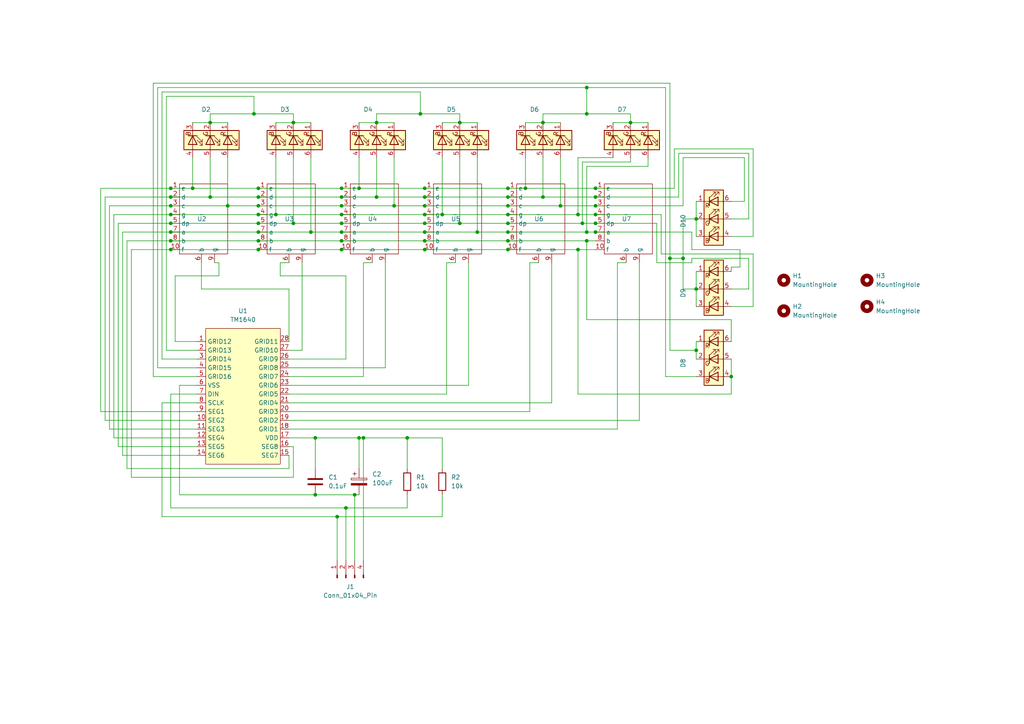
<source format=kicad_sch>
(kicad_sch (version 20230121) (generator eeschema)
  (paper "A4")
  (lib_symbols
    (symbol "7seg2_1"
      (property "Reference" "U" (at 0 0 0))
      (symbol "7seg2_1_0_1"
        (rectangle (start -6.35 8.89) (end 7.62 -11.43))
      )
      (symbol "7seg2_1_1_1"
        (pin input line (at -8.89 7.62 0) (length 2.54) (name "e") (number "1"))
        (pin input line (at -8.89 -10.16 0) (length 2.54) (name "f") (number "10"))
        (pin input line (at -8.89 5.08 0) (length 2.54) (name "d") (number "2"))
        (pin input line (at -8.89 2.54 0) (length 2.54) (name "c") (number "3"))
        (pin input line (at -8.89 0 0) (length 2.54) (name "g") (number "4"))
        (pin input line (at -8.89 -2.54 0) (length 2.54) (name "dp") (number "5"))
        (pin input line (at 0 -13.97 90) (length 2.54) (name "b") (number "6"))
        (pin input line (at -8.89 -5.08 0) (length 2.54) (name "a") (number "7"))
        (pin input line (at -8.89 -7.62 0) (length 2.54) (name "b") (number "8"))
        (pin input line (at 3.81 -13.97 90) (length 2.54) (name "g") (number "9"))
      )
    )
    (symbol "Connector:Conn_01x04_Pin" (pin_names (offset 1.016) hide)
      (property "Reference" "J" (at 0 5.08 0))
      (property "Value" "Conn_01x04_Pin" (at 0 -7.62 0))
      (symbol "Conn_01x04_Pin_1_1"
        (polyline (pts (xy 1.27 -5.08) (xy 0.8636 -5.08)) (stroke (width 0.1524)))
        (polyline (pts (xy 1.27 -2.54) (xy 0.8636 -2.54)) (stroke (width 0.1524)))
        (polyline (pts (xy 1.27 0) (xy 0.8636 0)) (stroke (width 0.1524)))
        (polyline (pts (xy 1.27 2.54) (xy 0.8636 2.54)) (stroke (width 0.1524)))
        (rectangle (start 0.8636 -4.953) (end 0 -5.207) (stroke (width 0.1524)) (fill (type outline)))
        (rectangle (start 0.8636 -2.413) (end 0 -2.667) (stroke (width 0.1524)) (fill (type outline)))
        (rectangle (start 0.8636 0.127) (end 0 -0.127) (stroke (width 0.1524)) (fill (type outline)))
        (rectangle (start 0.8636 2.667) (end 0 2.413) (stroke (width 0.1524)) (fill (type outline)))
        (pin passive line (at 5.08 2.54 180) (length 3.81) (name "Pin_1") (number "1"))
        (pin passive line (at 5.08 0 180) (length 3.81) (name "Pin_2") (number "2"))
        (pin passive line (at 5.08 -2.54 180) (length 3.81) (name "Pin_3") (number "3"))
        (pin passive line (at 5.08 -5.08 180) (length 3.81) (name "Pin_4") (number "4"))
      )
    )
    (symbol "Device:C" (pin_numbers hide) (pin_names (offset 0.254))
      (property "Reference" "C" (at 0.635 2.54 0))
      (property "Value" "C" (at 0.635 -2.54 0))
      (symbol "C_0_1"
        (polyline (pts (xy -2.032 -0.762) (xy 2.032 -0.762)) (stroke (width 0.508)))
        (polyline (pts (xy -2.032 0.762) (xy 2.032 0.762)) (stroke (width 0.508)))
      )
      (symbol "C_1_1"
        (pin passive line (at 0 3.81 270) (length 2.794) (name "~") (number "1"))
        (pin passive line (at 0 -3.81 90) (length 2.794) (name "~") (number "2"))
      )
    )
    (symbol "Device:C_Polarized" (pin_numbers hide) (pin_names (offset 0.254))
      (property "Reference" "C" (at 0.635 2.54 0))
      (property "Value" "C_Polarized" (at 0.635 -2.54 0))
      (symbol "C_Polarized_0_1"
        (rectangle (start -2.286 0.508) (end 2.286 1.016))
        (polyline (pts (xy -1.778 2.286) (xy -0.762 2.286)))
        (polyline (pts (xy -1.27 2.794) (xy -1.27 1.778)))
        (rectangle (start 2.286 -0.508) (end -2.286 -1.016) (fill (type outline)))
      )
      (symbol "C_Polarized_1_1"
        (pin passive line (at 0 3.81 270) (length 2.794) (name "~") (number "1"))
        (pin passive line (at 0 -3.81 90) (length 2.794) (name "~") (number "2"))
      )
    )
    (symbol "Device:LED_RGB" (pin_names (offset 0) hide)
      (property "Reference" "D" (at 0 9.398 0))
      (property "Value" "LED_RGB" (at 0 -8.89 0))
      (symbol "LED_RGB_0_0"
        (text "B" (at -1.905 -6.35 0) (effects (font (size 1.27 1.27))))
        (text "G" (at -1.905 -1.27 0) (effects (font (size 1.27 1.27))))
        (text "R" (at -1.905 3.81 0) (effects (font (size 1.27 1.27))))
      )
      (symbol "LED_RGB_0_1"
        (polyline (pts (xy -1.27 -5.08) (xy -2.54 -5.08)))
        (polyline (pts (xy -1.27 -5.08) (xy 1.27 -5.08)))
        (polyline (pts (xy -1.27 -3.81) (xy -1.27 -6.35)) (stroke (width 0.254)))
        (polyline (pts (xy -1.27 0) (xy -2.54 0)))
        (polyline (pts (xy -1.27 1.27) (xy -1.27 -1.27)) (stroke (width 0.254)))
        (polyline (pts (xy -1.27 5.08) (xy -2.54 5.08)))
        (polyline (pts (xy -1.27 5.08) (xy 1.27 5.08)))
        (polyline (pts (xy -1.27 6.35) (xy -1.27 3.81)) (stroke (width 0.254)))
        (polyline (pts (xy 1.27 -5.08) (xy 2.54 -5.08)))
        (polyline (pts (xy 1.27 0) (xy -1.27 0)))
        (polyline (pts (xy 1.27 0) (xy 2.54 0)))
        (polyline (pts (xy 1.27 5.08) (xy 2.54 5.08)))
        (polyline (pts (xy -1.27 1.27) (xy -1.27 -1.27) (xy -1.27 -1.27)))
        (polyline (pts (xy -1.27 6.35) (xy -1.27 3.81) (xy -1.27 3.81)))
        (polyline (pts (xy 1.27 -3.81) (xy 1.27 -6.35) (xy -1.27 -5.08) (xy 1.27 -3.81)) (stroke (width 0.254)))
        (polyline (pts (xy 1.27 1.27) (xy 1.27 -1.27) (xy -1.27 0) (xy 1.27 1.27)) (stroke (width 0.254)))
        (polyline (pts (xy 1.27 6.35) (xy 1.27 3.81) (xy -1.27 5.08) (xy 1.27 6.35)) (stroke (width 0.254)))
        (polyline (pts (xy -1.016 -3.81) (xy 0.508 -2.286) (xy -0.254 -2.286) (xy 0.508 -2.286) (xy 0.508 -3.048)))
        (polyline (pts (xy -1.016 1.27) (xy 0.508 2.794) (xy -0.254 2.794) (xy 0.508 2.794) (xy 0.508 2.032)))
        (polyline (pts (xy -1.016 6.35) (xy 0.508 7.874) (xy -0.254 7.874) (xy 0.508 7.874) (xy 0.508 7.112)))
        (polyline (pts (xy 0 -3.81) (xy 1.524 -2.286) (xy 0.762 -2.286) (xy 1.524 -2.286) (xy 1.524 -3.048)))
        (polyline (pts (xy 0 1.27) (xy 1.524 2.794) (xy 0.762 2.794) (xy 1.524 2.794) (xy 1.524 2.032)))
        (polyline (pts (xy 0 6.35) (xy 1.524 7.874) (xy 0.762 7.874) (xy 1.524 7.874) (xy 1.524 7.112)))
        (rectangle (start 1.27 -1.27) (end 1.27 1.27))
        (rectangle (start 1.27 1.27) (end 1.27 1.27))
        (rectangle (start 1.27 3.81) (end 1.27 6.35))
        (rectangle (start 1.27 6.35) (end 1.27 6.35))
        (rectangle (start 2.794 8.382) (end -2.794 -7.62) (stroke (width 0.254)) (fill (type background)))
      )
      (symbol "LED_RGB_1_1"
        (pin passive line (at -5.08 5.08 0) (length 2.54) (name "RK") (number "1"))
        (pin passive line (at -5.08 0 0) (length 2.54) (name "GK") (number "2"))
        (pin passive line (at -5.08 -5.08 0) (length 2.54) (name "BK") (number "3"))
        (pin passive line (at 5.08 -5.08 180) (length 2.54) (name "BA") (number "4"))
        (pin passive line (at 5.08 0 180) (length 2.54) (name "GA") (number "5"))
        (pin passive line (at 5.08 5.08 180) (length 2.54) (name "RA") (number "6"))
      )
    )
    (symbol "Device:R" (pin_numbers hide) (pin_names (offset 0))
      (property "Reference" "R" (at 2.032 0 90))
      (property "Value" "R" (at 0 0 90))
      (symbol "R_0_1"
        (rectangle (start -1.016 -2.54) (end 1.016 2.54) (stroke (width 0.254)))
      )
      (symbol "R_1_1"
        (pin passive line (at 0 3.81 270) (length 1.27) (name "~") (number "1"))
        (pin passive line (at 0 -3.81 90) (length 1.27) (name "~") (number "2"))
      )
    )
    (symbol "Mechanical:MountingHole" (pin_names (offset 1.016))
      (property "Reference" "H" (at 0 5.08 0))
      (property "Value" "MountingHole" (at 0 3.175 0))
      (symbol "MountingHole_0_1"
        (circle (center 0 0) (radius 1.27) (stroke (width 1.27)))
      )
    )
    (symbol "tm1640:TM1640"
      (property "Reference" "U" (at 7.62 31.75 0))
      (property "Value" "TM1640" (at 24.13 31.75 0))
      (symbol "TM1640_0_1"
        (rectangle (start 6.35 30.48) (end 27.94 -8.89) (fill (type background)))
      )
      (symbol "TM1640_1_1"
        (pin bidirectional line (at 3.81 26.67 0) (length 2.54) (name "GRID12") (number "1"))
        (pin bidirectional line (at 3.81 3.81 0) (length 2.54) (name "SEG2") (number "10"))
        (pin bidirectional line (at 3.81 1.27 0) (length 2.54) (name "SEG3") (number "11"))
        (pin bidirectional line (at 3.81 -1.27 0) (length 2.54) (name "SEG4") (number "12"))
        (pin bidirectional line (at 3.81 -3.81 0) (length 2.54) (name "SEG5") (number "13"))
        (pin bidirectional line (at 3.81 -6.35 0) (length 2.54) (name "SEG6") (number "14"))
        (pin bidirectional line (at 30.48 -6.35 180) (length 2.54) (name "SEG7") (number "15"))
        (pin bidirectional line (at 30.48 -3.81 180) (length 2.54) (name "SEG8") (number "16"))
        (pin power_in line (at 30.48 -1.27 180) (length 2.54) (name "VDD") (number "17"))
        (pin bidirectional line (at 30.48 1.27 180) (length 2.54) (name "GRID1") (number "18"))
        (pin bidirectional line (at 30.48 3.81 180) (length 2.54) (name "GRID2") (number "19"))
        (pin bidirectional line (at 3.81 24.13 0) (length 2.54) (name "GRID13") (number "2"))
        (pin bidirectional line (at 30.48 6.35 180) (length 2.54) (name "GRID3") (number "20"))
        (pin bidirectional line (at 30.48 8.89 180) (length 2.54) (name "GRID4") (number "21"))
        (pin bidirectional line (at 30.48 11.43 180) (length 2.54) (name "GRID5") (number "22"))
        (pin bidirectional line (at 30.48 13.97 180) (length 2.54) (name "GRID6") (number "23"))
        (pin bidirectional line (at 30.48 16.51 180) (length 2.54) (name "GRID7") (number "24"))
        (pin bidirectional line (at 30.48 19.05 180) (length 2.54) (name "GRID8") (number "25"))
        (pin bidirectional line (at 30.48 21.59 180) (length 2.54) (name "GRID9") (number "26"))
        (pin bidirectional line (at 30.48 24.13 180) (length 2.54) (name "GRID10") (number "27"))
        (pin bidirectional line (at 30.48 26.67 180) (length 2.54) (name "GRID11") (number "28"))
        (pin bidirectional line (at 3.81 21.59 0) (length 2.54) (name "GRID14") (number "3"))
        (pin bidirectional line (at 3.81 19.05 0) (length 2.54) (name "GRID15") (number "4"))
        (pin bidirectional line (at 3.81 16.51 0) (length 2.54) (name "GRID16") (number "5"))
        (pin bidirectional line (at 3.81 13.97 0) (length 2.54) (name "VSS") (number "6"))
        (pin bidirectional line (at 3.81 11.43 0) (length 2.54) (name "DIN") (number "7"))
        (pin bidirectional line (at 3.81 8.89 0) (length 2.54) (name "SCLK") (number "8"))
        (pin bidirectional line (at 3.81 6.35 0) (length 2.54) (name "SEG1") (number "9"))
      )
    )
  )
  (junction (at 100.33 147.32))
  (junction (at 162.56 59.69))
  (junction (at 60.96 35.56))
  (junction (at 147.32 64.77))
  (junction (at 168.91 64.77))
  (junction (at 128.27 62.23))
  (junction (at 123.19 69.85))
  (junction (at 170.18 67.31))
  (junction (at 123.19 64.77))
  (junction (at 49.53 62.23))
  (junction (at 60.96 57.15))
  (junction (at 104.14 127))
  (junction (at 170.18 33.02))
  (junction (at 157.48 57.15))
  (junction (at 74.93 57.15))
  (junction (at 172.72 57.15))
  (junction (at 194.31 74.93))
  (junction (at 66.04 59.69))
  (junction (at 97.79 149.86))
  (junction (at 147.32 62.23))
  (junction (at 80.01 62.23))
  (junction (at 133.35 64.77))
  (junction (at 138.43 67.31))
  (junction (at 123.19 54.61))
  (junction (at 74.93 67.31))
  (junction (at 99.06 54.61))
  (junction (at 170.18 69.85))
  (junction (at 170.18 25.4))
  (junction (at 198.12 74.93))
  (junction (at 167.64 72.39))
  (junction (at 49.53 64.77))
  (junction (at 123.19 59.69))
  (junction (at 49.53 72.39))
  (junction (at 172.72 64.77))
  (junction (at 118.11 127))
  (junction (at 74.93 62.23))
  (junction (at 49.53 67.31))
  (junction (at 147.32 57.15))
  (junction (at 91.44 127))
  (junction (at 172.72 54.61))
  (junction (at 123.19 62.23))
  (junction (at 49.53 69.85))
  (junction (at 74.93 69.85))
  (junction (at 49.53 54.61))
  (junction (at 85.09 64.77))
  (junction (at 99.06 62.23))
  (junction (at 74.93 54.61))
  (junction (at 90.17 67.31))
  (junction (at 157.48 35.56))
  (junction (at 49.53 59.69))
  (junction (at 74.93 59.69))
  (junction (at 133.35 35.56))
  (junction (at 99.06 67.31))
  (junction (at 85.09 35.56))
  (junction (at 201.93 101.6))
  (junction (at 99.06 57.15))
  (junction (at 123.19 72.39))
  (junction (at 99.06 72.39))
  (junction (at 152.4 54.61))
  (junction (at 182.88 35.56))
  (junction (at 123.19 67.31))
  (junction (at 91.44 143.51))
  (junction (at 123.19 57.15))
  (junction (at 147.32 69.85))
  (junction (at 167.64 62.23))
  (junction (at 147.32 54.61))
  (junction (at 99.06 69.85))
  (junction (at 172.72 59.69))
  (junction (at 109.22 57.15))
  (junction (at 147.32 59.69))
  (junction (at 104.14 54.61))
  (junction (at 121.92 33.02))
  (junction (at 114.3 59.69))
  (junction (at 147.32 67.31))
  (junction (at 55.88 54.61))
  (junction (at 73.66 33.02))
  (junction (at 212.09 109.22))
  (junction (at 102.87 143.51))
  (junction (at 74.93 64.77))
  (junction (at 49.53 57.15))
  (junction (at 105.41 127))
  (junction (at 109.22 35.56))
  (junction (at 201.93 83.82))
  (junction (at 201.93 63.5))
  (junction (at 99.06 59.69))
  (junction (at 147.32 72.39))
  (junction (at 99.06 64.77))
  (junction (at 172.72 62.23))
  (junction (at 172.72 67.31))
  (junction (at 74.93 72.39))
  (wire (pts (xy 182.88 35.56) (xy 182.88 33.02)))
  (wire (pts (xy 105.41 76.2) (xy 107.95 76.2)))
  (wire (pts (xy 128.27 35.56) (xy 133.35 35.56)))
  (wire (pts (xy 194.31 74.93) (xy 194.31 101.6)))
  (wire (pts (xy 50.8 80.01) (xy 63.5 80.01)))
  (wire (pts (xy 121.92 26.67) (xy 46.99 26.67)))
  (wire (pts (xy 74.93 72.39) (xy 99.06 72.39)))
  (wire (pts (xy 83.82 104.14) (xy 100.33 104.14)))
  (wire (pts (xy 167.64 62.23) (xy 172.72 62.23)))
  (wire (pts (xy 36.83 69.85) (xy 49.53 69.85)))
  (wire (pts (xy 172.72 62.23) (xy 191.77 62.23)))
  (wire (pts (xy 190.5 64.77) (xy 190.5 76.2)))
  (wire (pts (xy 198.12 74.93) (xy 198.12 63.5)))
  (wire (pts (xy 187.96 48.26) (xy 170.18 48.26)))
  (wire (pts (xy 83.82 106.68) (xy 111.76 106.68)))
  (wire (pts (xy 49.53 72.39) (xy 74.93 72.39)))
  (wire (pts (xy 33.02 127) (xy 33.02 62.23)))
  (wire (pts (xy 135.89 111.76) (xy 135.89 76.2)))
  (wire (pts (xy 34.29 64.77) (xy 49.53 64.77)))
  (wire (pts (xy 170.18 69.85) (xy 172.72 69.85)))
  (wire (pts (xy 212.09 104.14) (xy 212.09 109.22)))
  (wire (pts (xy 85.09 64.77) (xy 99.06 64.77)))
  (wire (pts (xy 201.93 63.5) (xy 201.93 68.58)))
  (wire (pts (xy 201.93 58.42) (xy 201.93 63.5)))
  (wire (pts (xy 33.02 62.23) (xy 49.53 62.23)))
  (wire (pts (xy 217.17 83.82) (xy 212.09 83.82)))
  (wire (pts (xy 30.48 57.15) (xy 49.53 57.15)))
  (wire (pts (xy 60.96 35.56) (xy 66.04 35.56)))
  (wire (pts (xy 55.88 45.72) (xy 55.88 54.61)))
  (wire (pts (xy 57.15 129.54) (xy 34.29 129.54)))
  (wire (pts (xy 187.96 45.72) (xy 187.96 48.26)))
  (wire (pts (xy 73.66 33.02) (xy 85.09 33.02)))
  (wire (pts (xy 196.85 44.45) (xy 217.17 44.45)))
  (wire (pts (xy 46.99 149.86) (xy 97.79 149.86)))
  (wire (pts (xy 157.48 45.72) (xy 157.48 57.15)))
  (wire (pts (xy 123.19 57.15) (xy 147.32 57.15)))
  (wire (pts (xy 123.19 64.77) (xy 133.35 64.77)))
  (wire (pts (xy 147.32 54.61) (xy 152.4 54.61)))
  (wire (pts (xy 90.17 67.31) (xy 99.06 67.31)))
  (wire (pts (xy 212.09 92.71) (xy 212.09 99.06)))
  (wire (pts (xy 179.07 76.2) (xy 181.61 76.2)))
  (wire (pts (xy 44.45 109.22) (xy 44.45 24.13)))
  (wire (pts (xy 85.09 45.72) (xy 85.09 64.77)))
  (wire (pts (xy 218.44 73.66) (xy 218.44 88.9)))
  (wire (pts (xy 167.64 45.72) (xy 167.64 62.23)))
  (wire (pts (xy 52.07 143.51) (xy 52.07 111.76)))
  (wire (pts (xy 147.32 57.15) (xy 157.48 57.15)))
  (wire (pts (xy 193.04 25.4) (xy 193.04 109.22)))
  (wire (pts (xy 52.07 111.76) (xy 57.15 111.76)))
  (wire (pts (xy 129.54 114.3) (xy 129.54 76.2)))
  (wire (pts (xy 212.09 114.3) (xy 212.09 109.22)))
  (wire (pts (xy 100.33 80.01) (xy 81.28 80.01)))
  (wire (pts (xy 97.79 149.86) (xy 97.79 162.56)))
  (wire (pts (xy 177.8 35.56) (xy 182.88 35.56)))
  (wire (pts (xy 83.82 119.38) (xy 153.67 119.38)))
  (wire (pts (xy 50.8 99.06) (xy 50.8 80.01)))
  (wire (pts (xy 147.32 62.23) (xy 167.64 62.23)))
  (wire (pts (xy 172.72 57.15) (xy 196.85 57.15)))
  (wire (pts (xy 48.26 101.6) (xy 48.26 27.94)))
  (wire (pts (xy 57.15 109.22) (xy 44.45 109.22)))
  (wire (pts (xy 152.4 54.61) (xy 172.72 54.61)))
  (wire (pts (xy 57.15 132.08) (xy 35.56 132.08)))
  (wire (pts (xy 200.66 76.2) (xy 200.66 74.93)))
  (wire (pts (xy 60.96 35.56) (xy 60.96 33.02)))
  (wire (pts (xy 80.01 62.23) (xy 99.06 62.23)))
  (wire (pts (xy 111.76 106.68) (xy 111.76 76.2)))
  (wire (pts (xy 46.99 26.67) (xy 46.99 104.14)))
  (wire (pts (xy 83.82 135.89) (xy 36.83 135.89)))
  (wire (pts (xy 100.33 147.32) (xy 100.33 162.56)))
  (wire (pts (xy 212.09 77.47) (xy 214.63 77.47)))
  (wire (pts (xy 48.26 27.94) (xy 73.66 27.94)))
  (wire (pts (xy 170.18 25.4) (xy 45.72 25.4)))
  (wire (pts (xy 200.66 72.39) (xy 214.63 72.39)))
  (wire (pts (xy 57.15 119.38) (xy 29.21 119.38)))
  (wire (pts (xy 74.93 59.69) (xy 99.06 59.69)))
  (wire (pts (xy 109.22 57.15) (xy 123.19 57.15)))
  (wire (pts (xy 147.32 67.31) (xy 170.18 67.31)))
  (wire (pts (xy 118.11 127) (xy 128.27 127)))
  (wire (pts (xy 191.77 73.66) (xy 218.44 73.66)))
  (wire (pts (xy 104.14 135.89) (xy 104.14 127)))
  (wire (pts (xy 152.4 45.72) (xy 152.4 54.61)))
  (wire (pts (xy 85.09 35.56) (xy 90.17 35.56)))
  (wire (pts (xy 128.27 62.23) (xy 147.32 62.23)))
  (wire (pts (xy 49.53 114.3) (xy 57.15 114.3)))
  (wire (pts (xy 215.9 45.72) (xy 215.9 58.42)))
  (wire (pts (xy 157.48 35.56) (xy 162.56 35.56)))
  (wire (pts (xy 104.14 54.61) (xy 123.19 54.61)))
  (wire (pts (xy 217.17 44.45) (xy 217.17 63.5)))
  (wire (pts (xy 191.77 62.23) (xy 191.77 73.66)))
  (wire (pts (xy 105.41 109.22) (xy 105.41 76.2)))
  (wire (pts (xy 177.8 45.72) (xy 167.64 45.72)))
  (wire (pts (xy 104.14 127) (xy 105.41 127)))
  (wire (pts (xy 49.53 54.61) (xy 55.88 54.61)))
  (wire (pts (xy 193.04 109.22) (xy 201.93 109.22)))
  (wire (pts (xy 91.44 143.51) (xy 102.87 143.51)))
  (wire (pts (xy 99.06 59.69) (xy 114.3 59.69)))
  (wire (pts (xy 182.88 45.72) (xy 182.88 46.99)))
  (wire (pts (xy 87.63 101.6) (xy 87.63 76.2)))
  (wire (pts (xy 74.93 64.77) (xy 85.09 64.77)))
  (wire (pts (xy 74.93 67.31) (xy 90.17 67.31)))
  (wire (pts (xy 182.88 33.02) (xy 170.18 33.02)))
  (wire (pts (xy 57.15 99.06) (xy 50.8 99.06)))
  (wire (pts (xy 162.56 59.69) (xy 172.72 59.69)))
  (wire (pts (xy 83.82 114.3) (xy 129.54 114.3)))
  (wire (pts (xy 153.67 119.38) (xy 153.67 76.2)))
  (wire (pts (xy 55.88 35.56) (xy 60.96 35.56)))
  (wire (pts (xy 83.82 111.76) (xy 135.89 111.76)))
  (wire (pts (xy 152.4 35.56) (xy 157.48 35.56)))
  (wire (pts (xy 109.22 45.72) (xy 109.22 57.15)))
  (wire (pts (xy 138.43 45.72) (xy 138.43 67.31)))
  (wire (pts (xy 215.9 58.42) (xy 212.09 58.42)))
  (wire (pts (xy 172.72 54.61) (xy 195.58 54.61)))
  (wire (pts (xy 190.5 76.2) (xy 200.66 76.2)))
  (wire (pts (xy 201.93 101.6) (xy 201.93 104.14)))
  (wire (pts (xy 63.5 80.01) (xy 63.5 76.2)))
  (wire (pts (xy 99.06 67.31) (xy 123.19 67.31)))
  (wire (pts (xy 194.31 74.93) (xy 198.12 74.93)))
  (wire (pts (xy 102.87 143.51) (xy 104.14 143.51)))
  (wire (pts (xy 91.44 135.89) (xy 91.44 127)))
  (wire (pts (xy 195.58 54.61) (xy 195.58 43.18)))
  (wire (pts (xy 133.35 35.56) (xy 138.43 35.56)))
  (wire (pts (xy 60.96 45.72) (xy 60.96 57.15)))
  (wire (pts (xy 35.56 132.08) (xy 35.56 67.31)))
  (wire (pts (xy 57.15 124.46) (xy 31.75 124.46)))
  (wire (pts (xy 57.15 101.6) (xy 48.26 101.6)))
  (wire (pts (xy 99.06 69.85) (xy 123.19 69.85)))
  (wire (pts (xy 104.14 45.72) (xy 104.14 54.61)))
  (wire (pts (xy 123.19 72.39) (xy 147.32 72.39)))
  (wire (pts (xy 63.5 76.2) (xy 62.23 76.2)))
  (wire (pts (xy 49.53 62.23) (xy 74.93 62.23)))
  (wire (pts (xy 85.09 33.02) (xy 85.09 35.56)))
  (wire (pts (xy 147.32 72.39) (xy 167.64 72.39)))
  (wire (pts (xy 157.48 33.02) (xy 157.48 35.56)))
  (wire (pts (xy 81.28 76.2) (xy 83.82 76.2)))
  (wire (pts (xy 217.17 74.93) (xy 217.17 83.82)))
  (wire (pts (xy 74.93 69.85) (xy 99.06 69.85)))
  (wire (pts (xy 133.35 45.72) (xy 133.35 64.77)))
  (wire (pts (xy 157.48 57.15) (xy 172.72 57.15)))
  (wire (pts (xy 30.48 121.92) (xy 30.48 57.15)))
  (wire (pts (xy 99.06 62.23) (xy 123.19 62.23)))
  (wire (pts (xy 31.75 59.69) (xy 49.53 59.69)))
  (wire (pts (xy 123.19 62.23) (xy 128.27 62.23)))
  (wire (pts (xy 133.35 33.02) (xy 133.35 35.56)))
  (wire (pts (xy 121.92 33.02) (xy 133.35 33.02)))
  (wire (pts (xy 162.56 45.72) (xy 162.56 59.69)))
  (wire (pts (xy 168.91 64.77) (xy 172.72 64.77)))
  (wire (pts (xy 57.15 127) (xy 33.02 127)))
  (wire (pts (xy 167.64 114.3) (xy 212.09 114.3)))
  (wire (pts (xy 198.12 45.72) (xy 215.9 45.72)))
  (wire (pts (xy 114.3 45.72) (xy 114.3 59.69)))
  (wire (pts (xy 49.53 147.32) (xy 49.53 114.3)))
  (wire (pts (xy 83.82 101.6) (xy 87.63 101.6)))
  (wire (pts (xy 109.22 35.56) (xy 114.3 35.56)))
  (wire (pts (xy 170.18 92.71) (xy 212.09 92.71)))
  (wire (pts (xy 172.72 67.31) (xy 200.66 67.31)))
  (wire (pts (xy 105.41 127) (xy 105.41 162.56)))
  (wire (pts (xy 185.42 121.92) (xy 185.42 76.2)))
  (wire (pts (xy 198.12 83.82) (xy 201.93 83.82)))
  (wire (pts (xy 194.31 24.13) (xy 194.31 74.93)))
  (wire (pts (xy 49.53 69.85) (xy 74.93 69.85)))
  (wire (pts (xy 138.43 67.31) (xy 147.32 67.31)))
  (wire (pts (xy 99.06 54.61) (xy 104.14 54.61)))
  (wire (pts (xy 194.31 101.6) (xy 201.93 101.6)))
  (wire (pts (xy 218.44 68.58) (xy 212.09 68.58)))
  (wire (pts (xy 167.64 72.39) (xy 167.64 114.3)))
  (wire (pts (xy 201.93 78.74) (xy 201.93 83.82)))
  (wire (pts (xy 83.82 83.82) (xy 58.42 83.82)))
  (wire (pts (xy 57.15 121.92) (xy 30.48 121.92)))
  (wire (pts (xy 121.92 33.02) (xy 121.92 26.67)))
  (wire (pts (xy 104.14 35.56) (xy 109.22 35.56)))
  (wire (pts (xy 74.93 54.61) (xy 99.06 54.61)))
  (wire (pts (xy 218.44 43.18) (xy 218.44 68.58)))
  (wire (pts (xy 83.82 129.54) (xy 85.09 129.54)))
  (wire (pts (xy 49.53 147.32) (xy 100.33 147.32)))
  (wire (pts (xy 49.53 67.31) (xy 74.93 67.31)))
  (wire (pts (xy 123.19 69.85) (xy 147.32 69.85)))
  (wire (pts (xy 80.01 35.56) (xy 85.09 35.56)))
  (wire (pts (xy 200.66 74.93) (xy 217.17 74.93)))
  (wire (pts (xy 182.88 35.56) (xy 187.96 35.56)))
  (wire (pts (xy 170.18 48.26) (xy 170.18 67.31)))
  (wire (pts (xy 49.53 57.15) (xy 60.96 57.15)))
  (wire (pts (xy 81.28 80.01) (xy 81.28 76.2)))
  (wire (pts (xy 83.82 124.46) (xy 179.07 124.46)))
  (wire (pts (xy 182.88 46.99) (xy 168.91 46.99)))
  (wire (pts (xy 170.18 69.85) (xy 170.18 92.71)))
  (wire (pts (xy 133.35 64.77) (xy 147.32 64.77)))
  (wire (pts (xy 153.67 76.2) (xy 156.21 76.2)))
  (wire (pts (xy 217.17 63.5) (xy 212.09 63.5)))
  (wire (pts (xy 34.29 129.54) (xy 34.29 64.77)))
  (wire (pts (xy 83.82 132.08) (xy 83.82 135.89)))
  (wire (pts (xy 218.44 88.9) (xy 212.09 88.9)))
  (wire (pts (xy 109.22 33.02) (xy 121.92 33.02)))
  (wire (pts (xy 90.17 45.72) (xy 90.17 67.31)))
  (wire (pts (xy 212.09 77.47) (xy 212.09 78.74)))
  (wire (pts (xy 73.66 27.94) (xy 73.66 33.02)))
  (wire (pts (xy 123.19 59.69) (xy 147.32 59.69)))
  (wire (pts (xy 128.27 127) (xy 128.27 135.89)))
  (wire (pts (xy 129.54 76.2) (xy 132.08 76.2)))
  (wire (pts (xy 167.64 72.39) (xy 172.72 72.39)))
  (wire (pts (xy 147.32 69.85) (xy 170.18 69.85)))
  (wire (pts (xy 196.85 57.15) (xy 196.85 44.45)))
  (wire (pts (xy 118.11 143.51) (xy 118.11 147.32)))
  (wire (pts (xy 91.44 143.51) (xy 52.07 143.51)))
  (wire (pts (xy 74.93 62.23) (xy 80.01 62.23)))
  (wire (pts (xy 179.07 124.46) (xy 179.07 76.2)))
  (wire (pts (xy 83.82 109.22) (xy 105.41 109.22)))
  (wire (pts (xy 29.21 54.61) (xy 49.53 54.61)))
  (wire (pts (xy 55.88 54.61) (xy 74.93 54.61)))
  (wire (pts (xy 97.79 149.86) (xy 128.27 149.86)))
  (wire (pts (xy 46.99 104.14) (xy 57.15 104.14)))
  (wire (pts (xy 80.01 45.72) (xy 80.01 62.23)))
  (wire (pts (xy 147.32 64.77) (xy 168.91 64.77)))
  (wire (pts (xy 35.56 67.31) (xy 49.53 67.31)))
  (wire (pts (xy 100.33 104.14) (xy 100.33 80.01)))
  (wire (pts (xy 45.72 106.68) (xy 57.15 106.68)))
  (wire (pts (xy 74.93 57.15) (xy 99.06 57.15)))
  (wire (pts (xy 38.1 72.39) (xy 49.53 72.39)))
  (wire (pts (xy 109.22 35.56) (xy 109.22 33.02)))
  (wire (pts (xy 36.83 135.89) (xy 36.83 69.85)))
  (wire (pts (xy 170.18 67.31) (xy 172.72 67.31)))
  (wire (pts (xy 99.06 64.77) (xy 123.19 64.77)))
  (wire (pts (xy 49.53 64.77) (xy 74.93 64.77)))
  (wire (pts (xy 198.12 59.69) (xy 198.12 45.72)))
  (wire (pts (xy 201.93 83.82) (xy 201.93 88.9)))
  (wire (pts (xy 198.12 63.5) (xy 201.93 63.5)))
  (wire (pts (xy 44.45 24.13) (xy 194.31 24.13)))
  (wire (pts (xy 100.33 147.32) (xy 118.11 147.32)))
  (wire (pts (xy 201.93 99.06) (xy 201.93 101.6)))
  (wire (pts (xy 123.19 54.61) (xy 147.32 54.61)))
  (wire (pts (xy 147.32 59.69) (xy 162.56 59.69)))
  (wire (pts (xy 168.91 46.99) (xy 168.91 64.77)))
  (wire (pts (xy 102.87 143.51) (xy 102.87 162.56)))
  (wire (pts (xy 128.27 45.72) (xy 128.27 62.23)))
  (wire (pts (xy 91.44 127) (xy 104.14 127)))
  (wire (pts (xy 128.27 143.51) (xy 128.27 149.86)))
  (wire (pts (xy 46.99 149.86) (xy 46.99 116.84)))
  (wire (pts (xy 123.19 67.31) (xy 138.43 67.31)))
  (wire (pts (xy 214.63 72.39) (xy 214.63 77.47)))
  (wire (pts (xy 66.04 45.72) (xy 66.04 59.69)))
  (wire (pts (xy 38.1 138.43) (xy 38.1 72.39)))
  (wire (pts (xy 85.09 138.43) (xy 38.1 138.43)))
  (wire (pts (xy 83.82 121.92) (xy 185.42 121.92)))
  (wire (pts (xy 31.75 124.46) (xy 31.75 59.69)))
  (wire (pts (xy 195.58 43.18) (xy 218.44 43.18)))
  (wire (pts (xy 105.41 127) (xy 118.11 127)))
  (wire (pts (xy 60.96 57.15) (xy 74.93 57.15)))
  (wire (pts (xy 58.42 83.82) (xy 58.42 76.2)))
  (wire (pts (xy 114.3 59.69) (xy 123.19 59.69)))
  (wire (pts (xy 170.18 33.02) (xy 170.18 25.4)))
  (wire (pts (xy 172.72 64.77) (xy 190.5 64.77)))
  (wire (pts (xy 160.02 116.84) (xy 160.02 76.2)))
  (wire (pts (xy 66.04 59.69) (xy 74.93 59.69)))
  (wire (pts (xy 85.09 129.54) (xy 85.09 138.43)))
  (wire (pts (xy 83.82 99.06) (xy 83.82 83.82)))
  (wire (pts (xy 99.06 57.15) (xy 109.22 57.15)))
  (wire (pts (xy 170.18 25.4) (xy 193.04 25.4)))
  (wire (pts (xy 170.18 33.02) (xy 157.48 33.02)))
  (wire (pts (xy 49.53 59.69) (xy 66.04 59.69)))
  (wire (pts (xy 83.82 116.84) (xy 160.02 116.84)))
  (wire (pts (xy 198.12 74.93) (xy 198.12 83.82)))
  (wire (pts (xy 118.11 127) (xy 118.11 135.89)))
  (wire (pts (xy 45.72 25.4) (xy 45.72 106.68)))
  (wire (pts (xy 60.96 33.02) (xy 73.66 33.02)))
  (wire (pts (xy 91.44 127) (xy 83.82 127)))
  (wire (pts (xy 29.21 119.38) (xy 29.21 54.61)))
  (wire (pts (xy 172.72 59.69) (xy 198.12 59.69)))
  (wire (pts (xy 46.99 116.84) (xy 57.15 116.84)))
  (wire (pts (xy 99.06 72.39) (xy 123.19 72.39)))
  (wire (pts (xy 200.66 67.31) (xy 200.66 72.39)))
  (symbol (lib_id "Device:LED_RGB") (at 207.01 104.14 0) (unit 1)
    (property "Reference" "D9" (effects hide))
    (property "Value" "D8" (at 198.12 106.68 90) (effects (justify left)))
    (property "Footprint" "LED_SMD:LED_RGB_5050-6" (effects hide))
  )
  (symbol (lib_id "tm1640:TM1640") (at 53.34 125.73 0) (unit 1)
    (property "Reference" "U1" (at 70.485 90.17 0))
    (property "Value" "TM1640" (at 70.485 92.71 0))
    (property "Footprint" "files:TM1640" (effects hide))
  )
  (symbol (lib_id "Device:R") (at 128.27 139.7 0) (unit 1)
    (property "Reference" "R2" (at 130.81 138.43 0) (effects (justify left)))
    (property "Value" "10k" (at 130.81 140.97 0) (effects (justify left)))
    (property "Footprint" "Resistor_SMD:R_01005_0402Metric" (effects hide))
  )
  (symbol (lib_id "Device:LED_RGB") (at 207.01 63.5 0) (unit 1)
    (property "Reference" "D7" (effects hide))
    (property "Value" "D10" (at 198.12 66.04 90) (effects (justify left)))
    (property "Footprint" "LED_SMD:LED_RGB_5050-6" (effects hide))
  )
  (symbol (lib_id "Device:LED_RGB") (at 157.48 40.64 270) (unit 1)
    (property "Reference" "D5" (effects hide))
    (property "Value" "D6" (at 153.67 31.75 90) (effects (justify left)))
    (property "Footprint" "LED_SMD:LED_RGB_5050-6" (effects hide))
  )
  (symbol (lib_id "Device:C_Polarized") (at 104.14 139.7 0) (unit 1)
    (property "Reference" "C2" (at 107.95 137.541 0) (effects (justify left)))
    (property "Value" "100uF" (at 107.95 140.081 0) (effects (justify left)))
    (property "Footprint" "Capacitor_Tantalum_SMD:CP_EIA-3528-12_Kemet-T" (effects hide))
  )
  (symbol (lib_id "Device:C") (at 91.44 139.7 0) (unit 1)
    (property "Reference" "C1" (at 95.25 138.43 0) (effects (justify left)))
    (property "Value" "0.1uF" (at 95.25 140.97 0) (effects (justify left)))
    (property "Footprint" "Capacitor_SMD:C_0603_1608Metric" (effects hide))
  )
  (symbol (lib_name "7seg2_1") (lib_id "tm1640:7seg2") (at 156.21 62.23 0) (unit 1)
    (property "Reference" "U6" (at 154.94 63.5 0) (effects (justify left)))
    (property "Value" "~" (at 156.21 62.23 0))
    (property "Footprint" "files:7seg2_small" (effects hide))
  )
  (symbol (lib_name "7seg2_1") (lib_id "tm1640:7seg2") (at 107.95 62.23 0) (unit 1)
    (property "Reference" "U4" (at 106.68 63.5 0) (effects (justify left)))
    (property "Value" "~" (at 107.95 62.23 0))
    (property "Footprint" "files:7seg2_small" (effects hide))
  )
  (symbol (lib_name "7seg2_1") (lib_id "tm1640:7seg2") (at 132.08 62.23 0) (unit 1)
    (property "Reference" "U5" (at 130.81 63.5 0) (effects (justify left)))
    (property "Value" "~" (at 132.08 62.23 0))
    (property "Footprint" "files:7seg2_small" (effects hide))
  )
  (symbol (lib_id "Mechanical:MountingHole") (at 227.33 81.28 0) (unit 1)
    (property "Reference" "H1" (at 229.87 80.01 0) (effects (justify left)))
    (property "Value" "MountingHole" (at 229.87 82.55 0) (effects (justify left)))
    (property "Footprint" "MountingHole:MountingHole_3.2mm_M3" (effects hide))
  )
  (symbol (lib_name "7seg2_1") (lib_id "tm1640:7seg2") (at 83.82 62.23 0) (unit 1)
    (property "Reference" "U3" (at 82.55 63.5 0) (effects (justify left)))
    (property "Value" "~" (at 83.82 62.23 0))
    (property "Footprint" "files:7seg2_small" (effects hide))
  )
  (symbol (lib_id "Mechanical:MountingHole") (at 227.33 90.17 0) (unit 1)
    (property "Reference" "H2" (at 229.87 88.9 0) (effects (justify left)))
    (property "Value" "MountingHole" (at 229.87 91.44 0) (effects (justify left)))
    (property "Footprint" "MountingHole:MountingHole_3.2mm_M3" (effects hide))
  )
  (symbol (lib_id "Connector:Conn_01x04_Pin") (at 100.33 167.64 90) (unit 1)
    (property "Reference" "J1" (at 101.6 170.18 90))
    (property "Value" "Conn_01x04_Pin" (at 101.6 172.72 90))
    (property "Footprint" "Connector_PinHeader_1.27mm:PinHeader_1x04_P1.27mm_Horizontal" (effects hide))
  )
  (symbol (lib_name "7seg2_1") (lib_id "tm1640:7seg2") (at 181.61 62.23 0) (unit 1)
    (property "Reference" "U7" (at 180.34 63.5 0) (effects (justify left)))
    (property "Value" "~" (at 181.61 62.23 0))
    (property "Footprint" "files:7seg2_small" (effects hide))
  )
  (symbol (lib_id "Device:R") (at 118.11 139.7 0) (unit 1)
    (property "Reference" "R1" (at 120.65 138.43 0) (effects (justify left)))
    (property "Value" "10k" (at 120.65 140.97 0) (effects (justify left)))
    (property "Footprint" "Resistor_SMD:R_01005_0402Metric" (effects hide))
  )
  (symbol (lib_id "Device:LED_RGB") (at 133.35 40.64 270) (unit 1)
    (property "Reference" "D4" (effects hide))
    (property "Value" "D5" (at 129.54 31.75 90) (effects (justify left)))
    (property "Footprint" "LED_SMD:LED_RGB_5050-6" (effects hide))
  )
  (symbol (lib_name "7seg2_1") (lib_id "tm1640:7seg2") (at 58.42 62.23 0) (unit 1)
    (property "Reference" "U2" (at 57.15 63.5 0) (effects (justify left)))
    (property "Value" "~" (at 58.42 62.23 0))
    (property "Footprint" "files:7seg2_small" (effects hide))
  )
  (symbol (lib_id "Device:LED_RGB") (at 60.96 40.64 270) (unit 1)
    (property "Reference" "D1" (effects hide))
    (property "Value" "D2" (at 58.42 31.75 90) (effects (justify left)))
    (property "Footprint" "LED_SMD:LED_RGB_5050-6" (effects hide))
  )
  (symbol (lib_id "Mechanical:MountingHole") (at 251.46 88.9 0) (unit 1)
    (property "Reference" "H4" (at 254 87.63 0) (effects (justify left)))
    (property "Value" "MountingHole" (at 254 90.17 0) (effects (justify left)))
    (property "Footprint" "MountingHole:MountingHole_3.2mm_M3" (effects hide))
  )
  (symbol (lib_id "Mechanical:MountingHole") (at 251.46 81.28 0) (unit 1)
    (property "Reference" "H3" (at 254 80.01 0) (effects (justify left)))
    (property "Value" "MountingHole" (at 254 82.55 0) (effects (justify left)))
    (property "Footprint" "MountingHole:MountingHole_3.2mm_M3" (effects hide))
  )
  (symbol (lib_id "Device:LED_RGB") (at 182.88 40.64 270) (unit 1)
    (property "Reference" "D6" (effects hide))
    (property "Value" "D7" (at 179.07 31.75 90) (effects (justify left)))
    (property "Footprint" "LED_SMD:LED_RGB_5050-6" (effects hide))
  )
  (symbol (lib_id "Device:LED_RGB") (at 85.09 40.64 270) (unit 1)
    (property "Reference" "D2" (effects hide))
    (property "Value" "D3" (at 81.28 31.75 90) (effects (justify left)))
    (property "Footprint" "LED_SMD:LED_RGB_5050-6" (effects hide))
  )
  (symbol (lib_id "Device:LED_RGB") (at 109.22 40.64 270) (unit 1)
    (property "Reference" "D3" (effects hide))
    (property "Value" "D4" (at 105.41 31.75 90) (effects (justify left)))
    (property "Footprint" "LED_SMD:LED_RGB_5050-6" (effects hide))
  )
  (symbol (lib_id "Device:LED_RGB") (at 207.01 83.82 0) (unit 1)
    (property "Reference" "D8" (effects hide))
    (property "Value" "D9" (at 198.12 86.36 90) (effects (justify left)))
    (property "Footprint" "LED_SMD:LED_RGB_5050-6" (effects hide))
  )
)
</source>
